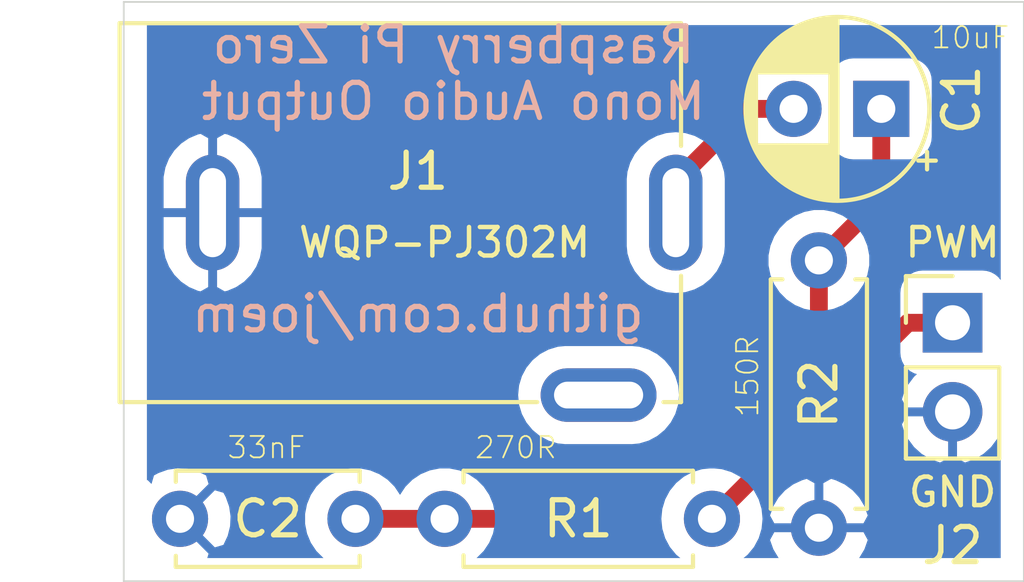
<source format=kicad_pcb>
(kicad_pcb (version 20221018) (generator pcbnew)
  (layers (0 "F.Cu" signal) (31 "B.Cu" signal) (34 "B.Paste" user) (35 "F.Paste" user) (36 "B.SilkS" user "B.Silkscreen") (37 "F.SilkS" user "F.Silkscreen") (38 "B.Mask" user) (39 "F.Mask" user) (44 "Edge.Cuts" user))
  (net 0 "")
  (net 1 "Net-(C1-Pad2)")
  (net 2 "Net-(C1-Pad1)")
  (net 3 "GND")
  (net 4 "Net-(J1-PadTN)")
  (net 5 "/PWM")
  (footprint "Capacitor_THT:CP_Radial_D5.0mm_P2.50mm" (layer "F.Cu") (at 163.068 85.344 180)
    (fp_text reference "C1" (at -2.286 0.254 270) (layer "F.SilkS"))
    (fp_text value "10uF")
    (fp_line (start -1.554775 -1.475) (end -1.054775 -1.475) (stroke (width 0.12)) (layer "F.SilkS"))
    (fp_line (start -1.304775 -1.725) (end -1.304775 -1.225) (stroke (width 0.12)) (layer "F.SilkS"))
    (fp_line (start 1.25 -2.58) (end 1.25 2.58) (stroke (width 0.12)) (layer "F.SilkS"))
    (fp_line (start 1.29 -2.58) (end 1.29 2.58) (stroke (width 0.12)) (layer "F.SilkS"))
    (fp_line (start 1.33 -2.579) (end 1.33 2.579) (stroke (width 0.12)) (layer "F.SilkS"))
    (fp_line (start 1.37 -2.578) (end 1.37 2.578) (stroke (width 0.12)) (layer "F.SilkS"))
    (fp_line (start 1.41 -2.576) (end 1.41 2.576) (stroke (width 0.12)) (layer "F.SilkS"))
    (fp_line (start 1.45 -2.573) (end 1.45 2.573) (stroke (width 0.12)) (layer "F.SilkS"))
    (fp_line (start 1.49 -2.569) (end 1.49 -1.04) (stroke (width 0.12)) (layer "F.SilkS"))
    (fp_line (start 1.49 1.04) (end 1.49 2.569) (stroke (width 0.12)) (layer "F.SilkS"))
    (fp_line (start 1.53 -2.565) (end 1.53 -1.04) (stroke (width 0.12)) (layer "F.SilkS"))
    (fp_line (start 1.53 1.04) (end 1.53 2.565) (stroke (width 0.12)) (layer "F.SilkS"))
    (fp_line (start 1.57 -2.561) (end 1.57 -1.04) (stroke (width 0.12)) (layer "F.SilkS"))
    (fp_line (start 1.57 1.04) (end 1.57 2.561) (stroke (width 0.12)) (layer "F.SilkS"))
    (fp_line (start 1.61 -2.556) (end 1.61 -1.04) (stroke (width 0.12)) (layer "F.SilkS"))
    (fp_line (start 1.61 1.04) (end 1.61 2.556) (stroke (width 0.12)) (layer "F.SilkS"))
    (fp_line (start 1.65 -2.55) (end 1.65 -1.04) (stroke (width 0.12)) (layer "F.SilkS"))
    (fp_line (start 1.65 1.04) (end 1.65 2.55) (stroke (width 0.12)) (layer "F.SilkS"))
    (fp_line (start 1.69 -2.543) (end 1.69 -1.04) (stroke (width 0.12)) (layer "F.SilkS"))
    (fp_line (start 1.69 1.04) (end 1.69 2.543) (stroke (width 0.12)) (layer "F.SilkS"))
    (fp_line (start 1.73 -2.536) (end 1.73 -1.04) (stroke (width 0.12)) (layer "F.SilkS"))
    (fp_line (start 1.73 1.04) (end 1.73 2.536) (stroke (width 0.12)) (layer "F.SilkS"))
    (fp_line (start 1.77 -2.528) (end 1.77 -1.04) (stroke (width 0.12)) (layer "F.SilkS"))
    (fp_line (start 1.77 1.04) (end 1.77 2.528) (stroke (width 0.12)) (layer "F.SilkS"))
    (fp_line (start 1.81 -2.52) (end 1.81 -1.04) (stroke (width 0.12)) (layer "F.SilkS"))
    (fp_line (start 1.81 1.04) (end 1.81 2.52) (stroke (width 0.12)) (layer "F.SilkS"))
    (fp_line (start 1.85 -2.511) (end 1.85 -1.04) (stroke (width 0.12)) (layer "F.SilkS"))
    (fp_line (start 1.85 1.04) (end 1.85 2.511) (stroke (width 0.12)) (layer "F.SilkS"))
    (fp_line (start 1.89 -2.501) (end 1.89 -1.04) (stroke (width 0.12)) (layer "F.SilkS"))
    (fp_line (start 1.89 1.04) (end 1.89 2.501) (stroke (width 0.12)) (layer "F.SilkS"))
    (fp_line (start 1.93 -2.491) (end 1.93 -1.04) (stroke (width 0.12)) (layer "F.SilkS"))
    (fp_line (start 1.93 1.04) (end 1.93 2.491) (stroke (width 0.12)) (layer "F.SilkS"))
    (fp_line (start 1.971 -2.48) (end 1.971 -1.04) (stroke (width 0.12)) (layer "F.SilkS"))
    (fp_line (start 1.971 1.04) (end 1.971 2.48) (stroke (width 0.12)) (layer "F.SilkS"))
    (fp_line (start 2.011 -2.468) (end 2.011 -1.04) (stroke (width 0.12)) (layer "F.SilkS"))
    (fp_line (start 2.011 1.04) (end 2.011 2.468) (stroke (width 0.12)) (layer "F.SilkS"))
    (fp_line (start 2.051 -2.455) (end 2.051 -1.04) (stroke (width 0.12)) (layer "F.SilkS"))
    (fp_line (start 2.051 1.04) (end 2.051 2.455) (stroke (width 0.12)) (layer "F.SilkS"))
    (fp_line (start 2.091 -2.442) (end 2.091 -1.04) (stroke (width 0.12)) (layer "F.SilkS"))
    (fp_line (start 2.091 1.04) (end 2.091 2.442) (stroke (width 0.12)) (layer "F.SilkS"))
    (fp_line (start 2.131 -2.428) (end 2.131 -1.04) (stroke (width 0.12)) (layer "F.SilkS"))
    (fp_line (start 2.131 1.04) (end 2.131 2.428) (stroke (width 0.12)) (layer "F.SilkS"))
    (fp_line (start 2.171 -2.414) (end 2.171 -1.04) (stroke (width 0.12)) (layer "F.SilkS"))
    (fp_line (start 2.171 1.04) (end 2.171 2.414) (stroke (width 0.12)) (layer "F.SilkS"))
    (fp_line (start 2.211 -2.398) (end 2.211 -1.04) (stroke (width 0.12)) (layer "F.SilkS"))
    (fp_line (start 2.211 1.04) (end 2.211 2.398) (stroke (width 0.12)) (layer "F.SilkS"))
    (fp_line (start 2.251 -2.382) (end 2.251 -1.04) (stroke (width 0.12)) (layer "F.SilkS"))
    (fp_line (start 2.251 1.04) (end 2.251 2.382) (stroke (width 0.12)) (layer "F.SilkS"))
    (fp_line (start 2.291 -2.365) (end 2.291 -1.04) (stroke (width 0.12)) (layer "F.SilkS"))
    (fp_line (start 2.291 1.04) (end 2.291 2.365) (stroke (width 0.12)) (layer "F.SilkS"))
    (fp_line (start 2.331 -2.348) (end 2.331 -1.04) (stroke (width 0.12)) (layer "F.SilkS"))
    (fp_line (start 2.331 1.04) (end 2.331 2.348) (stroke (width 0.12)) (layer "F.SilkS"))
    (fp_line (start 2.371 -2.329) (end 2.371 -1.04) (stroke (width 0.12)) (layer "F.SilkS"))
    (fp_line (start 2.371 1.04) (end 2.371 2.329) (stroke (width 0.12)) (layer "F.SilkS"))
    (fp_line (start 2.411 -2.31) (end 2.411 -1.04) (stroke (width 0.12)) (layer "F.SilkS"))
    (fp_line (start 2.411 1.04) (end 2.411 2.31) (stroke (width 0.12)) (layer "F.SilkS"))
    (fp_line (start 2.451 -2.29) (end 2.451 -1.04) (stroke (width 0.12)) (layer "F.SilkS"))
    (fp_line (start 2.451 1.04) (end 2.451 2.29) (stroke (width 0.12)) (layer "F.SilkS"))
    (fp_line (start 2.491 -2.268) (end 2.491 -1.04) (stroke (width 0.12)) (layer "F.SilkS"))
    (fp_line (start 2.491 1.04) (end 2.491 2.268) (stroke (width 0.12)) (layer "F.SilkS"))
    (fp_line (start 2.531 -2.247) (end 2.531 -1.04) (stroke (width 0.12)) (layer "F.SilkS"))
    (fp_line (start 2.531 1.04) (end 2.531 2.247) (stroke (width 0.12)) (layer "F.SilkS"))
    (fp_line (start 2.571 -2.224) (end 2.571 -1.04) (stroke (width 0.12)) (layer "F.SilkS"))
    (fp_line (start 2.571 1.04) (end 2.571 2.224) (stroke (width 0.12)) (layer "F.SilkS"))
    (fp_line (start 2.611 -2.2) (end 2.611 -1.04) (stroke (width 0.12)) (layer "F.SilkS"))
    (fp_line (start 2.611 1.04) (end 2.611 2.2) (stroke (width 0.12)) (layer "F.SilkS"))
    (fp_line (start 2.651 -2.175) (end 2.651 -1.04) (stroke (width 0.12)) (layer "F.SilkS"))
    (fp_line (start 2.651 1.04) (end 2.651 2.175) (stroke (width 0.12)) (layer "F.SilkS"))
    (fp_line (start 2.691 -2.149) (end 2.691 -1.04) (stroke (width 0.12)) (layer "F.SilkS"))
    (fp_line (start 2.691 1.04) (end 2.691 2.149) (stroke (width 0.12)) (layer "F.SilkS"))
    (fp_line (start 2.731 -2.122) (end 2.731 -1.04) (stroke (width 0.12)) (layer "F.SilkS"))
    (fp_line (start 2.731 1.04) (end 2.731 2.122) (stroke (width 0.12)) (layer "F.SilkS"))
    (fp_line (start 2.771 -2.095) (end 2.771 -1.04) (stroke (width 0.12)) (layer "F.SilkS"))
    (fp_line (start 2.771 1.04) (end 2.771 2.095) (stroke (width 0.12)) (layer "F.SilkS"))
    (fp_line (start 2.811 -2.065) (end 2.811 -1.04) (stroke (width 0.12)) (layer "F.SilkS"))
    (fp_line (start 2.811 1.04) (end 2.811 2.065) (stroke (width 0.12)) (layer "F.SilkS"))
    (fp_line (start 2.851 -2.035) (end 2.851 -1.04) (stroke (width 0.12)) (layer "F.SilkS"))
    (fp_line (start 2.851 1.04) (end 2.851 2.035) (stroke (width 0.12)) (layer "F.SilkS"))
    (fp_line (start 2.891 -2.004) (end 2.891 -1.04) (stroke (width 0.12)) (layer "F.SilkS"))
    (fp_line (start 2.891 1.04) (end 2.891 2.004) (stroke (width 0.12)) (layer "F.SilkS"))
    (fp_line (start 2.931 -1.971) (end 2.931 -1.04) (stroke (width 0.12)) (layer "F.SilkS"))
    (fp_line (start 2.931 1.04) (end 2.931 1.971) (stroke (width 0.12)) (layer "F.SilkS"))
    (fp_line (start 2.971 -1.937) (end 2.971 -1.04) (stroke (width 0.12)) (layer "F.SilkS"))
    (fp_line (start 2.971 1.04) (end 2.971 1.937) (stroke (width 0.12)) (layer "F.SilkS"))
    (fp_line (start 3.011 -1.901) (end 3.011 -1.04) (stroke (width 0.12)) (layer "F.SilkS"))
    (fp_line (start 3.011 1.04) (end 3.011 1.901) (stroke (width 0.12)) (layer "F.SilkS"))
    (fp_line (start 3.051 -1.864) (end 3.051 -1.04) (stroke (width 0.12)) (layer "F.SilkS"))
    (fp_line (start 3.051 1.04) (end 3.051 1.864) (stroke (width 0.12)) (layer "F.SilkS"))
    (fp_line (start 3.091 -1.826) (end 3.091 -1.04) (stroke (width 0.12)) (layer "F.SilkS"))
    (fp_line (start 3.091 1.04) (end 3.091 1.826) (stroke (width 0.12)) (layer "F.SilkS"))
    (fp_line (start 3.131 -1.785) (end 3.131 -1.04) (stroke (width 0.12)) (layer "F.SilkS"))
    (fp_line (start 3.131 1.04) (end 3.131 1.785) (stroke (width 0.12)) (layer "F.SilkS"))
    (fp_line (start 3.171 -1.743) (end 3.171 -1.04) (stroke (width 0.12)) (layer "F.SilkS"))
    (fp_line (start 3.171 1.04) (end 3.171 1.743) (stroke (width 0.12)) (layer "F.SilkS"))
    (fp_line (start 3.211 -1.699) (end 3.211 -1.04) (stroke (width 0.12)) (layer "F.SilkS"))
    (fp_line (start 3.211 1.04) (end 3.211 1.699) (stroke (width 0.12)) (layer "F.SilkS"))
    (fp_line (start 3.251 -1.653) (end 3.251 -1.04) (stroke (width 0.12)) (layer "F.SilkS"))
    (fp_line (start 3.251 1.04) (end 3.251 1.653) (stroke (width 0.12)) (layer "F.SilkS"))
    (fp_line (start 3.291 -1.605) (end 3.291 -1.04) (stroke (width 0.12)) (layer "F.SilkS"))
    (fp_line (start 3.291 1.04) (end 3.291 1.605) (stroke (width 0.12)) (layer "F.SilkS"))
    (fp_line (start 3.331 -1.554) (end 3.331 -1.04) (stroke (width 0.12)) (layer "F.SilkS"))
    (fp_line (start 3.331 1.04) (end 3.331 1.554) (stroke (width 0.12)) (layer "F.SilkS"))
    (fp_line (start 3.371 -1.5) (end 3.371 -1.04) (stroke (width 0.12)) (layer "F.SilkS"))
    (fp_line (start 3.371 1.04) (end 3.371 1.5) (stroke (width 0.12)) (layer "F.SilkS"))
    (fp_line (start 3.411 -1.443) (end 3.411 -1.04) (stroke (width 0.12)) (layer "F.SilkS"))
    (fp_line (start 3.411 1.04) (end 3.411 1.443) (stroke (width 0.12)) (layer "F.SilkS"))
    (fp_line (start 3.451 -1.383) (end 3.451 -1.04) (stroke (width 0.12)) (layer "F.SilkS"))
    (fp_line (start 3.451 1.04) (end 3.451 1.383) (stroke (width 0.12)) (layer "F.SilkS"))
    (fp_line (start 3.491 -1.319) (end 3.491 -1.04) (stroke (width 0.12)) (layer "F.SilkS"))
    (fp_line (start 3.491 1.04) (end 3.491 1.319) (stroke (width 0.12)) (layer "F.SilkS"))
    (fp_line (start 3.531 -1.251) (end 3.531 -1.04) (stroke (width 0.12)) (layer "F.SilkS"))
    (fp_line (start 3.531 1.04) (end 3.531 1.251) (stroke (width 0.12)) (layer "F.SilkS"))
    (fp_line (start 3.571 -1.178) (end 3.571 1.178) (stroke (width 0.12)) (layer "F.SilkS"))
    (fp_line (start 3.611 -1.098) (end 3.611 1.098) (stroke (width 0.12)) (layer "F.SilkS"))
    (fp_line (start 3.651 -1.011) (end 3.651 1.011) (stroke (width 0.12)) (layer "F.SilkS"))
    (fp_line (start 3.691 -0.915) (end 3.691 0.915) (stroke (width 0.12)) (layer "F.SilkS"))
    (fp_line (start 3.731 -0.805) (end 3.731 0.805) (stroke (width 0.12)) (layer "F.SilkS"))
    (fp_line (start 3.771 -0.677) (end 3.771 0.677) (stroke (width 0.12)) (layer "F.SilkS"))
    (fp_line (start 3.811 -0.518) (end 3.811 0.518) (stroke (width 0.12)) (layer "F.SilkS"))
    (fp_line (start 3.851 -0.284) (end 3.851 0.284) (stroke (width 0.12)) (layer "F.SilkS"))
    (fp_circle (center 1.25 0) (end 3.87 0) (stroke (width 0.12)) (fill none) (layer "F.SilkS"))
    (pad "1" thru_hole rect (at 0 0 180) (size 1.6 1.6) (drill 0.8) (layers "*.Cu" "*.Mask") (net 2 "Net-(C1-Pad1)"))
    (pad "2" thru_hole circle (at 2.5 0 180) (size 1.6 1.6) (drill 0.8) (layers "*.Cu" "*.Mask") (net 1 "Net-(C1-Pad2)"))
  )
  (footprint "Capacitor_THT:C_Disc_D5.0mm_W2.5mm_P5.00mm" (layer "F.Cu") (at 148.082 97.028 180)
    (fp_text reference "C2" (at 2.5 0 180) (layer "F.SilkS"))
    (fp_text value "0.33uF")
    (fp_line (start -0.12 -1.37) (end -0.12 -1.055) (stroke (width 0.12)) (layer "F.SilkS"))
    (fp_line (start -0.12 -1.37) (end 5.12 -1.37) (stroke (width 0.12)) (layer "F.SilkS"))
    (fp_line (start -0.12 1.055) (end -0.12 1.37) (stroke (width 0.12)) (layer "F.SilkS"))
    (fp_line (start -0.12 1.37) (end 5.12 1.37) (stroke (width 0.12)) (layer "F.SilkS"))
    (fp_line (start 5.12 -1.37) (end 5.12 -1.055) (stroke (width 0.12)) (layer "F.SilkS"))
    (fp_line (start 5.12 1.055) (end 5.12 1.37) (stroke (width 0.12)) (layer "F.SilkS"))
    (pad "1" thru_hole circle (at 0 0 180) (size 1.6 1.6) (drill 0.8) (layers "*.Cu" "*.Mask") (net 2 "Net-(C1-Pad1)"))
    (pad "2" thru_hole circle (at 5 0 180) (size 1.6 1.6) (drill 0.8) (layers "*.Cu" "*.Mask") (net 3 "GND"))
  )
  (footprint "jwm_kicad_footprints_misc:Jack_3.5mm_QingPu_WQP-PJ302M_Horizontal" (layer "F.Cu") (at 149.361225 88.301)
    (fp_text reference "J1" (at 0.498775 -1.179) (layer "F.SilkS"))
    (fp_text value "AudioJack2_SwitchT")
    (fp_line (start -8 -5.4) (end 8 -5.4) (stroke (width 0.12)) (layer "F.SilkS"))
    (fp_line (start -8 5.4) (end -8 -5.4) (stroke (width 0.12)) (layer "F.SilkS"))
    (fp_line (start 3.9 5.4) (end -8 5.4) (stroke (width 0.12)) (layer "F.SilkS"))
    (fp_line (start 8 -5.4) (end 8 -1.9) (stroke (width 0.12)) (layer "F.SilkS"))
    (fp_line (start 8 1.8) (end 8 5.4) (stroke (width 0.12)) (layer "F.SilkS"))
    (fp_line (start 8 5.4) (end 7.5 5.4) (stroke (width 0.12)) (layer "F.SilkS"))
    (pad "S" thru_hole oval (at -5.35 0) (size 1.524 3.302) (drill oval 0.762 2.54) (layers "*.Cu" "*.Mask") (net 3 "GND"))
    (pad "T" thru_hole oval (at 7.85 0) (size 1.524 3.302) (drill oval 0.762 2.54) (layers "*.Cu" "*.Mask") (net 1 "Net-(C1-Pad2)"))
    (pad "TN" thru_hole oval (at 5.65 5.2) (size 3.302 1.524) (drill oval 2.54 0.762) (layers "*.Cu" "*.Mask") (net 4 "Net-(J1-PadTN)"))
  )
  (footprint "Connector_PinHeader_2.54mm:PinHeader_1x02_P2.54mm_Vertical" (layer "F.Cu") (at 165.1 91.44)
    (fp_text reference "J2" (at 0 6.35) (layer "F.SilkS"))
    (fp_text value "Conn_01x02" hide)
    (fp_line (start -1.33 -1.33) (end 0 -1.33) (stroke (width 0.12)) (layer "F.SilkS"))
    (fp_line (start -1.33 0) (end -1.33 -1.33) (stroke (width 0.12)) (layer "F.SilkS"))
    (fp_line (start -1.33 1.27) (end -1.33 3.87) (stroke (width 0.12)) (layer "F.SilkS"))
    (fp_line (start -1.33 1.27) (end 1.33 1.27) (stroke (width 0.12)) (layer "F.SilkS"))
    (fp_line (start -1.33 3.87) (end 1.33 3.87) (stroke (width 0.12)) (layer "F.SilkS"))
    (fp_line (start 1.33 1.27) (end 1.33 3.87) (stroke (width 0.12)) (layer "F.SilkS"))
    (pad "1" thru_hole rect (at 0 0) (size 1.7 1.7) (drill 1) (layers "*.Cu" "*.Mask") (net 5 "/PWM"))
    (pad "2" thru_hole oval (at 0 2.54) (size 1.7 1.7) (drill 1) (layers "*.Cu" "*.Mask") (net 3 "GND"))
  )
  (footprint "Resistor_THT:R_Axial_DIN0207_L6.3mm_D2.5mm_P7.62mm_Horizontal" (layer "F.Cu") (at 150.622 97.028)
    (fp_text reference "R1" (at 3.81 0) (layer "F.SilkS"))
    (fp_text value "270R")
    (fp_line (start 0.54 -1.37) (end 7.08 -1.37) (stroke (width 0.12)) (layer "F.SilkS"))
    (fp_line (start 0.54 -1.04) (end 0.54 -1.37) (stroke (width 0.12)) (layer "F.SilkS"))
    (fp_line (start 0.54 1.04) (end 0.54 1.37) (stroke (width 0.12)) (layer "F.SilkS"))
    (fp_line (start 0.54 1.37) (end 7.08 1.37) (stroke (width 0.12)) (layer "F.SilkS"))
    (fp_line (start 7.08 -1.37) (end 7.08 -1.04) (stroke (width 0.12)) (layer "F.SilkS"))
    (fp_line (start 7.08 1.37) (end 7.08 1.04) (stroke (width 0.12)) (layer "F.SilkS"))
    (pad "1" thru_hole circle (at 0 0) (size 1.6 1.6) (drill 0.8) (layers "*.Cu" "*.Mask") (net 2 "Net-(C1-Pad1)"))
    (pad "2" thru_hole oval (at 7.62 0) (size 1.6 1.6) (drill 0.8) (layers "*.Cu" "*.Mask") (net 5 "/PWM"))
  )
  (footprint "Resistor_THT:R_Axial_DIN0207_L6.3mm_D2.5mm_P7.62mm_Horizontal" (layer "F.Cu") (at 161.29 89.662 -90)
    (fp_text reference "R2" (at 3.81 0 270) (layer "F.SilkS"))
    (fp_text value "150R")
    (fp_line (start 0.54 -1.37) (end 7.08 -1.37) (stroke (width 0.12)) (layer "F.SilkS"))
    (fp_line (start 0.54 -1.04) (end 0.54 -1.37) (stroke (width 0.12)) (layer "F.SilkS"))
    (fp_line (start 0.54 1.04) (end 0.54 1.37) (stroke (width 0.12)) (layer "F.SilkS"))
    (fp_line (start 0.54 1.37) (end 7.08 1.37) (stroke (width 0.12)) (layer "F.SilkS"))
    (fp_line (start 7.08 -1.37) (end 7.08 -1.04) (stroke (width 0.12)) (layer "F.SilkS"))
    (fp_line (start 7.08 1.37) (end 7.08 1.04) (stroke (width 0.12)) (layer "F.SilkS"))
    (pad "1" thru_hole circle (at 0 0 270) (size 1.6 1.6) (drill 0.8) (layers "*.Cu" "*.Mask") (net 2 "Net-(C1-Pad1)"))
    (pad "2" thru_hole oval (at 7.62 0 270) (size 1.6 1.6) (drill 0.8) (layers "*.Cu" "*.Mask") (net 3 "GND"))
  )
  (gr_line (start 167.132 98.806) (end 141.478 98.806) (stroke (width 0.05)) (layer "Edge.Cuts"))
  (gr_line (start 141.478 98.806) (end 141.478 82.296) (stroke (width 0.05)) (layer "Edge.Cuts"))
  (gr_line (start 141.478 82.296) (end 167.132 82.296) (stroke (width 0.05)) (layer "Edge.Cuts"))
  (gr_line (start 167.132 82.296) (end 167.132 98.806) (stroke (width 0.05)) (layer "Edge.Cuts"))
  (gr_text "Raspberry Pi Zero\nMono Audio Output" (at 150.876 84.328) (layer "B.SilkS") (effects (font (size 1 1)) (justify mirror)))
  (gr_text "github.com/joem" (at 149.86 91.186) (layer "B.SilkS") (effects (font (size 1 1)) (justify mirror)))
  (gr_text "150R" (at 159.258 92.964 90) (layer "F.SilkS") (effects (font (size 0.6096 0.6096) (thickness 0.0508))))
  (gr_text "WQP-PJ302M" (at 150.622 89.154) (layer "F.SilkS") (effects (font (size 0.8128 0.8128) (thickness 0.127))))
  (gr_text "33nF" (at 145.542 94.996) (layer "F.SilkS") (effects (font (size 0.6096 0.6096) (thickness 0.0508))))
  (gr_text "270R" (at 152.654 94.996) (layer "F.SilkS") (effects (font (size 0.6096 0.6096) (thickness 0.0508))))
  (gr_text "10uF" (at 165.608 83.312) (layer "F.SilkS") (effects (font (size 0.6096 0.6096) (thickness 0.0508))))
  (gr_text "GND" (at 165.1 96.266) (layer "F.SilkS") (effects (font (size 0.8128 0.8128) (thickness 0.127))))
  (gr_text "PWM" (at 165.1 89.154) (layer "F.SilkS") (effects (font (size 0.8128 0.8128) (thickness 0.127))))
  (segment (start 157.211225 88.301) (end 157.211225 87.412) (width 0.25) (layer "F.Cu") (net 1))
  (segment (start 159.43663 85.344) (end 160.568 85.344) (width 0.508) (layer "F.Cu") (net 1))
  (segment (start 159.279225 85.344) (end 159.43663 85.344) (width 0.508) (layer "F.Cu") (net 1))
  (segment (start 157.211225 87.412) (end 159.279225 85.344) (width 0.508) (layer "F.Cu") (net 1))
  (segment (start 148.082 97.028) (end 150.622 97.028) (width 0.508) (layer "F.Cu") (net 2))
  (segment (start 150.622 97.028) (end 155.448 97.028) (width 0.508) (layer "F.Cu") (net 2))
  (segment (start 155.448 97.028) (end 161.29 91.186) (width 0.508) (layer "F.Cu") (net 2))
  (segment (start 163.068 87.884) (end 161.29 89.662) (width 0.508) (layer "F.Cu") (net 2))
  (segment (start 161.29 91.186) (end 161.29 89.662) (width 0.508) (layer "F.Cu") (net 2))
  (segment (start 163.068 85.344) (end 163.068 87.884) (width 0.508) (layer "F.Cu") (net 2))
  (segment (start 163.83 91.44) (end 165.1 91.44) (width 0.508) (layer "F.Cu") (net 5))
  (segment (start 158.242 97.028) (end 163.83 91.44) (width 0.508) (layer "F.Cu") (net 5))
  (zone (net 3) (net_name "GND") (layer "B.Cu") (connect_pads (clearance 0.508)) (min_thickness 0.254) (fill yes (thermal_gap 0.508) (thermal_bridge_width 0.508))
    (polygon (pts (xy 141.478 98.806) (xy 141.478 82.296) (xy 167.132 82.296) (xy 167.132 98.806)))
  )
)
</source>
